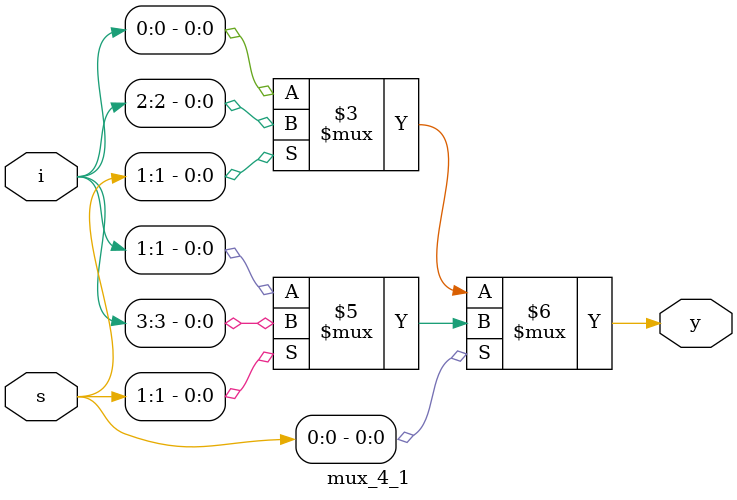
<source format=v>
module mux_4_1(
	input [3:0]i,
	input [1:0]s,
	output y);
	assign y = (s[0]==0)?((s[1]==0)?i[0]:i[2]):((s[1]==1)?i[3]:i[1]);
endmodule

</source>
